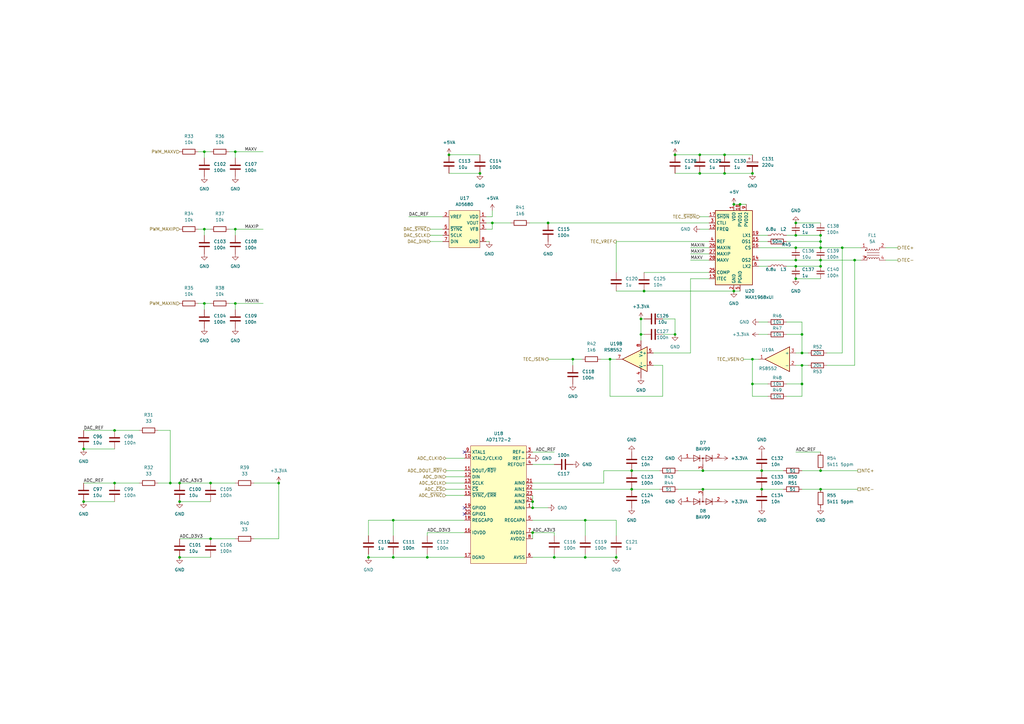
<source format=kicad_sch>
(kicad_sch (version 20211123) (generator eeschema)
  (paper "A3")
  (title_block (title "Kirdy") (date "2022-07-03") (rev "r0.1") (company "M-Labs") (comment 1 "Alex Wong Tat Hang"))
  (lib_symbols
    (symbol "Device:C" (pin_numbers hide) (pin_names (offset 0.254))
      (property "Reference" "C" (at 0.635 2.54 0))
      (property "Value" "C" (at 0.635 -2.54 0))
      (symbol "C_0_1"
        (polyline (pts (xy -2.032 -0.762) (xy 2.032 -0.762)) (stroke (width 0.508)))
        (polyline (pts (xy -2.032 0.762) (xy 2.032 0.762)) (stroke (width 0.508)))
      )
      (symbol "C_1_1"
        (pin passive line (at 0 3.81 270) (length 2.794) (name "~") (number "1"))
        (pin passive line (at 0 -3.81 90) (length 2.794) (name "~") (number "2"))
      )
    )
    (symbol "Device:C_Polarized" (pin_numbers hide) (pin_names (offset 0.254))
      (property "Reference" "C" (at 0.635 2.54 0))
      (property "Value" "C_Polarized" (at 0.635 -2.54 0))
      (symbol "C_Polarized_0_1"
        (rectangle (start -2.286 0.508) (end 2.286 1.016))
        (polyline (pts (xy -1.778 2.286) (xy -0.762 2.286)))
        (polyline (pts (xy -1.27 2.794) (xy -1.27 1.778)))
        (rectangle (start 2.286 -0.508) (end -2.286 -1.016) (fill (type outline)))
      )
      (symbol "C_Polarized_1_1"
        (pin passive line (at 0 3.81 270) (length 2.794) (name "~") (number "1"))
        (pin passive line (at 0 -3.81 90) (length 2.794) (name "~") (number "2"))
      )
    )
    (symbol "Device:C_Small" (pin_numbers hide) (pin_names (offset 0.254) hide)
      (property "Reference" "C" (at 0.254 1.778 0))
      (property "Value" "C_Small" (at 0.254 -2.032 0))
      (symbol "C_Small_0_1"
        (polyline (pts (xy -1.524 -0.508) (xy 1.524 -0.508)) (stroke (width 0.3302)))
        (polyline (pts (xy -1.524 0.508) (xy 1.524 0.508)) (stroke (width 0.3048)))
      )
      (symbol "C_Small_1_1"
        (pin passive line (at 0 2.54 270) (length 2.032) (name "~") (number "1"))
        (pin passive line (at 0 -2.54 90) (length 2.032) (name "~") (number "2"))
      )
    )
    (symbol "Device:Filter_EMI_CommonMode" (pin_names (offset 0.254) hide)
      (property "Reference" "FL" (at 0 4.445 0))
      (property "Value" "Filter_EMI_CommonMode" (at 0 -4.445 0))
      (symbol "Filter_EMI_CommonMode_0_1"
        (circle (center -3.048 -1.27) (radius 0.254) (fill (type outline)))
        (circle (center -3.048 1.524) (radius 0.254) (fill (type outline)))
        (arc (start -2.54 2.032) (mid -2.032 1.524) (end -1.524 2.032))
        (arc (start -1.524 -2.032) (mid -2.032 -1.524) (end -2.54 -2.032))
        (arc (start -1.524 2.032) (mid -1.016 1.524) (end -0.508 2.032))
        (arc (start -0.508 -2.032) (mid -1.016 -1.524) (end -1.524 -2.032))
        (arc (start -0.508 2.032) (mid 0 1.524) (end 0.508 2.032))
        (polyline (pts (xy -2.54 -2.032) (xy -2.54 -2.54)))
        (polyline (pts (xy -2.54 0.508) (xy 2.54 0.508)))
        (polyline (pts (xy -2.54 2.032) (xy -2.54 2.54)))
        (polyline (pts (xy 2.54 -2.032) (xy 2.54 -2.54)))
        (polyline (pts (xy 2.54 -0.508) (xy -2.54 -0.508)))
        (polyline (pts (xy 2.54 2.54) (xy 2.54 2.032)))
        (arc (start 0.508 -2.032) (mid 0 -1.524) (end -0.508 -2.032))
        (arc (start 0.508 2.032) (mid 1.016 1.524) (end 1.524 2.032))
        (arc (start 1.524 -2.032) (mid 1.016 -1.524) (end 0.508 -2.032))
        (arc (start 1.524 2.032) (mid 2.032 1.524) (end 2.54 2.032))
        (arc (start 2.54 -2.032) (mid 2.032 -1.524) (end 1.524 -2.032))
      )
      (symbol "Filter_EMI_CommonMode_1_1"
        (pin passive line (at -5.08 2.54 0) (length 2.54) (name "1") (number "1"))
        (pin passive line (at 5.08 2.54 180) (length 2.54) (name "2") (number "2"))
        (pin passive line (at -5.08 -2.54 0) (length 2.54) (name "3") (number "3"))
        (pin passive line (at 5.08 -2.54 180) (length 2.54) (name "4") (number "4"))
      )
    )
    (symbol "Device:L" (pin_numbers hide) (pin_names (offset 1.016) hide)
      (property "Reference" "L" (at -1.27 0 90))
      (property "Value" "L" (at 1.905 0 90))
      (symbol "L_0_1"
        (arc (start 0 -2.54) (mid 0.635 -1.905) (end 0 -1.27))
        (arc (start 0 -1.27) (mid 0.635 -0.635) (end 0 0))
        (arc (start 0 0) (mid 0.635 0.635) (end 0 1.27))
        (arc (start 0 1.27) (mid 0.635 1.905) (end 0 2.54))
      )
      (symbol "L_1_1"
        (pin passive line (at 0 3.81 270) (length 1.27) (name "1") (number "1"))
        (pin passive line (at 0 -3.81 90) (length 1.27) (name "2") (number "2"))
      )
    )
    (symbol "Device:R" (pin_numbers hide) (pin_names (offset 0))
      (property "Reference" "R" (at 2.032 0 90))
      (property "Value" "R" (at 0 0 90))
      (symbol "R_0_1"
        (rectangle (start -1.016 -2.54) (end 1.016 2.54) (stroke (width 0.254)))
      )
      (symbol "R_1_1"
        (pin passive line (at 0 3.81 270) (length 1.27) (name "~") (number "1"))
        (pin passive line (at 0 -3.81 90) (length 1.27) (name "~") (number "2"))
      )
    )
    (symbol "Diode:BAV99" (pin_names hide)
      (property "Reference" "D" (at 0 5.08 0))
      (property "Value" "BAV99" (at 0 2.54 0))
      (symbol "BAV99_0_1"
        (polyline (pts (xy -5.08 0) (xy 5.08 0)))
      )
      (symbol "BAV99_1_1"
        (polyline (pts (xy 0 0) (xy 0 -2.54)))
        (polyline (pts (xy -1.27 -1.27) (xy -1.27 1.27) (xy -1.27 1.27)) (stroke (width 0.2032)))
        (polyline (pts (xy 3.81 1.27) (xy 3.81 -1.27) (xy 3.81 -1.27)) (stroke (width 0.2032)))
        (polyline (pts (xy -3.81 1.27) (xy -1.27 0) (xy -3.81 -1.27) (xy -3.81 1.27) (xy -3.81 1.27) (xy -3.81 1.27)) (stroke (width 0.2032)))
        (polyline (pts (xy 1.27 1.27) (xy 3.81 0) (xy 1.27 -1.27) (xy 1.27 1.27) (xy 1.27 1.27) (xy 1.27 1.27)) (stroke (width 0.2032)))
        (circle (center 0 0) (radius 0.254) (fill (type outline)))
        (pin passive line (at -7.62 0 0) (length 2.54) (name "K") (number "1"))
        (pin passive line (at 7.62 0 180) (length 2.54) (name "A") (number "2"))
        (pin passive line (at 0 -5.08 90) (length 2.54) (name "K") (number "3"))
      )
    )
    (symbol "Driver_TEC:MAX1968xUI"
      (property "Reference" "U" (at -7.62 16.51 0))
      (property "Value" "MAX1968xUI" (at 5.08 16.51 0))
      (symbol "MAX1968xUI_0_1"
        (rectangle (start -7.62 15.24) (end 7.62 -15.24) (stroke (width 0.254)) (fill (type background)))
      )
      (symbol "MAX1968xUI_1_1"
        (pin power_in line (at 0 17.78 270) (length 2.54) (name "VDD") (number "1"))
        (pin passive line (at 10.16 -7.62 180) (length 2.54) hide (name "LX2") (number "10"))
        (pin passive line (at 5.08 17.78 270) (length 2.54) hide (name "PVDD2") (number "11"))
        (pin input line (at -10.16 7.62 0) (length 2.54) (name "FREQ") (number "12"))
        (pin output line (at -10.16 -12.7 0) (length 2.54) (name "ITEC") (number "13"))
        (pin input line (at 10.16 -5.08 180) (length 2.54) (name "OS2") (number "14"))
        (pin input line (at 10.16 2.54 180) (length 2.54) (name "OS1") (number "15"))
        (pin input line (at 10.16 0 180) (length 2.54) (name "CS") (number "16"))
        (pin input line (at -10.16 12.7 0) (length 2.54) (name "~{SHDN}") (number "17"))
        (pin power_in line (at 2.54 17.78 270) (length 2.54) (name "PVDD1") (number "18"))
        (pin power_out line (at 10.16 5.08 180) (length 2.54) (name "LX1") (number "19"))
        (pin power_in line (at 0 -17.78 90) (length 2.54) (name "GND") (number "2"))
        (pin passive line (at 2.54 17.78 270) (length 2.54) hide (name "PVDD1") (number "20"))
        (pin passive line (at 10.16 5.08 180) (length 2.54) hide (name "LX1") (number "21"))
        (pin passive line (at 2.54 -17.78 90) (length 2.54) hide (name "PGND") (number "22"))
        (pin passive line (at 10.16 5.08 180) (length 2.54) hide (name "LX1") (number "23"))
        (pin passive line (at 2.54 -17.78 90) (length 2.54) hide (name "PGND") (number "24"))
        (pin passive line (at -10.16 -10.16 0) (length 2.54) (name "COMP") (number "25"))
        (pin input line (at -10.16 0 0) (length 2.54) (name "MAXIN") (number "26"))
        (pin input line (at -10.16 -2.54 0) (length 2.54) (name "MAXIP") (number "27"))
        (pin input line (at -10.16 -5.08 0) (length 2.54) (name "MAXV") (number "28"))
        (pin passive line (at 0 -17.78 90) (length 2.54) hide (name "GND") (number "29"))
        (pin input line (at -10.16 10.16 0) (length 2.54) (name "CTLI") (number "3"))
        (pin output line (at -10.16 2.54 0) (length 2.54) (name "REF") (number "4"))
        (pin power_in line (at 2.54 -17.78 90) (length 2.54) (name "PGND") (number "5"))
        (pin power_out line (at 10.16 -7.62 180) (length 2.54) (name "LX2") (number "6"))
        (pin passive line (at 2.54 -17.78 90) (length 2.54) hide (name "PGND") (number "7"))
        (pin passive line (at 10.16 -7.62 180) (length 2.54) hide (name "LX2") (number "8"))
        (pin power_in line (at 5.08 17.78 270) (length 2.54) (name "PVDD2") (number "9"))
      )
    )
    (symbol "kirdy:AD5680"
      (property "Reference" "U" (at 0 -3.81 0))
      (property "Value" "AD5680" (at 0 -1.27 0))
      (symbol "AD5680_0_0"
        (pin power_in line (at 8.89 12.7 180) (length 2.54) (name "VDD") (number "1"))
        (pin input line (at -8.89 12.7 0) (length 2.54) (name "VREF") (number "2"))
        (pin input line (at 8.89 7.62 180) (length 2.54) (name "VFB") (number "3"))
        (pin output line (at 8.89 10.16 180) (length 2.54) (name "VOUT") (number "4"))
        (pin input line (at -8.89 7.62 0) (length 2.54) (name "~{SYNC}") (number "5"))
        (pin input line (at -8.89 5.08 0) (length 2.54) (name "SCLK") (number "6"))
        (pin input line (at -8.89 2.54 0) (length 2.54) (name "DIN") (number "7"))
        (pin power_in line (at 8.89 2.54 180) (length 2.54) (name "GND") (number "8"))
      )
      (symbol "AD5680_0_1"
        (rectangle (start -6.35 15.24) (end 6.35 0) (fill (type background)))
      )
    )
    (symbol "kirdy:AD7172-2"
      (property "Reference" "U" (at 8.89 -22.86 0))
      (property "Value" "AD7172-2" (at -6.35 -22.86 0))
      (symbol "AD7172-2_0_0"
        (pin input line (at -13.97 1.27 0) (length 2.54) (name "AIN4") (number "1"))
        (pin bidirectional line (at 13.97 21.59 180) (length 2.54) (name "XTAL2/CLKIO") (number "10"))
        (pin output line (at 13.97 16.51 180) (length 2.54) (name "DOUT/~{RDY}") (number "11"))
        (pin input line (at 13.97 13.97 180) (length 2.54) (name "DIN") (number "12"))
        (pin input line (at 13.97 11.43 180) (length 2.54) (name "SCLK") (number "13"))
        (pin input line (at 13.97 8.89 180) (length 2.54) (name "~{CS}") (number "14"))
        (pin bidirectional line (at 13.97 6.35 180) (length 2.54) (name "~{SYNC}/~{ERR}") (number "15"))
        (pin power_in line (at 13.97 -8.89 180) (length 2.54) (name "IOVDD") (number "16"))
        (pin power_in line (at 13.97 -19.05 180) (length 2.54) (name "DGND") (number "17"))
        (pin passive line (at 13.97 -3.81 180) (length 2.54) (name "REGCAPD") (number "18"))
        (pin bidirectional line (at 13.97 1.27 180) (length 2.54) (name "GPIO0") (number "19"))
        (pin input line (at -13.97 21.59 0) (length 2.54) (name "REF-") (number "2"))
        (pin bidirectional line (at 13.97 -1.27 180) (length 2.54) (name "GPIO1") (number "20"))
        (pin input line (at -13.97 11.43 0) (length 2.54) (name "AIN0") (number "21"))
        (pin input line (at -13.97 8.89 0) (length 2.54) (name "AIN1") (number "22"))
        (pin input line (at -13.97 6.35 0) (length 2.54) (name "AIN2") (number "23"))
        (pin input line (at -13.97 3.81 0) (length 2.54) (name "AIN3") (number "24"))
        (pin input line (at -13.97 24.13 0) (length 2.54) (name "REF+") (number "3"))
        (pin output line (at -13.97 19.05 0) (length 2.54) (name "REFOUT") (number "4"))
        (pin passive line (at -13.97 -3.81 0) (length 2.54) (name "REGCAPA") (number "5"))
        (pin power_in line (at -13.97 -19.05 0) (length 2.54) (name "AVSS") (number "6"))
        (pin power_in line (at -13.97 -8.89 0) (length 2.54) (name "AVDD1") (number "7"))
        (pin power_in line (at -13.97 -11.43 0) (length 2.54) (name "AVDD2") (number "8"))
        (pin bidirectional line (at 13.97 24.13 180) (length 2.54) (name "XTAL1") (number "9"))
      )
      (symbol "AD7172-2_0_1"
        (rectangle (start -11.43 26.67) (end 11.43 -21.59) (fill (type background)))
      )
    )
    (symbol "kirdy:RS8552" (pin_names (offset 0.127))
      (property "Reference" "U" (at 0 5.08 0))
      (property "Value" "RS8552" (at 0 -5.08 0))
      (symbol "RS8552_1_1"
        (polyline (pts (xy -5.08 5.08) (xy 5.08 0) (xy -5.08 -5.08) (xy -5.08 5.08)) (stroke (width 0.254)) (fill (type background)))
        (pin output line (at 7.62 0 180) (length 2.54) (name "~") (number "1"))
        (pin input line (at -7.62 -2.54 0) (length 2.54) (name "-") (number "2"))
        (pin input line (at -7.62 2.54 0) (length 2.54) (name "+") (number "3"))
      )
      (symbol "RS8552_2_1"
        (polyline (pts (xy -5.08 5.08) (xy 5.08 0) (xy -5.08 -5.08) (xy -5.08 5.08)) (stroke (width 0.254)) (fill (type background)))
        (pin input line (at -7.62 2.54 0) (length 2.54) (name "+") (number "5"))
        (pin input line (at -7.62 -2.54 0) (length 2.54) (name "-") (number "6"))
        (pin output line (at 7.62 0 180) (length 2.54) (name "~") (number "7"))
      )
      (symbol "RS8552_3_1"
        (pin power_in line (at -2.54 -7.62 90) (length 3.81) (name "V-") (number "4"))
        (pin power_in line (at -2.54 7.62 270) (length 3.81) (name "V+") (number "8"))
      )
    )
    (symbol "power:+3.3VA" (power) (pin_names (offset 0))
      (property "Value" "+3.3VA" (at 0 3.556 0))
      (symbol "+3.3VA_0_1"
        (polyline (pts (xy -0.762 1.27) (xy 0 2.54)))
        (polyline (pts (xy 0 0) (xy 0 2.54)))
        (polyline (pts (xy 0 2.54) (xy 0.762 1.27)))
      )
      (symbol "+3.3VA_1_1"
        (pin power_in line (at 0 0 90) (length 0) hide (name "+3.3VA") (number "1"))
      )
    )
    (symbol "power:+5V" (power) (pin_names (offset 0))
      (property "Value" "+5V" (at 0 3.556 0))
      (symbol "+5V_0_1"
        (polyline (pts (xy -0.762 1.27) (xy 0 2.54)))
        (polyline (pts (xy 0 0) (xy 0 2.54)))
        (polyline (pts (xy 0 2.54) (xy 0.762 1.27)))
      )
      (symbol "+5V_1_1"
        (pin power_in line (at 0 0 90) (length 0) hide (name "+5V") (number "1"))
      )
    )
    (symbol "power:+5VA" (power) (pin_names (offset 0))
      (property "Value" "+5VA" (at 0 3.556 0))
      (symbol "+5VA_0_1"
        (polyline (pts (xy -0.762 1.27) (xy 0 2.54)))
        (polyline (pts (xy 0 0) (xy 0 2.54)))
        (polyline (pts (xy 0 2.54) (xy 0.762 1.27)))
      )
      (symbol "+5VA_1_1"
        (pin power_in line (at 0 0 90) (length 0) hide (name "+5VA") (number "1"))
      )
    )
    (symbol "power:GND" (power) (pin_names (offset 0))
      (property "Value" "GND" (at 0 -3.81 0))
      (symbol "GND_0_1"
        (polyline (pts (xy 0 0) (xy 0 -1.27) (xy 1.27 -1.27) (xy 0 -2.54) (xy -1.27 -1.27) (xy 0 -1.27)))
      )
      (symbol "GND_1_1"
        (pin power_in line (at 0 0 270) (length 0) hide (name "GND") (number "1"))
      )
    )
  )
  (junction (at 300.99 119.38))
  (junction (at 350.52 106.68))
  (junction (at 297.18 63.5))
  (junction (at 326.39 106.68))
  (junction (at 201.93 91.44))
  (junction (at 252.73 228.6))
  (junction (at 96.52 62.23))
  (junction (at 326.39 109.22))
  (junction (at 308.61 147.32))
  (junction (at 161.29 213.36))
  (junction (at 234.95 147.32))
  (junction (at 83.82 62.23))
  (junction (at 336.55 96.52))
  (junction (at 34.29 184.15))
  (junction (at 73.66 228.6))
  (junction (at 114.3 198.12))
  (junction (at 303.53 83.82))
  (junction (at 218.44 218.44))
  (junction (at 328.93 149.86))
  (junction (at 336.55 193.04))
  (junction (at 218.44 208.28))
  (junction (at 161.29 228.6))
  (junction (at 326.39 101.6))
  (junction (at 276.86 63.5))
  (junction (at 308.61 71.12))
  (junction (at 86.36 220.98))
  (junction (at 336.55 99.06))
  (junction (at 224.79 91.44))
  (junction (at 326.39 96.52))
  (junction (at 262.89 137.16))
  (junction (at 287.02 71.12))
  (junction (at 300.99 83.82))
  (junction (at 308.61 157.48))
  (junction (at 326.39 114.3))
  (junction (at 250.19 147.32))
  (junction (at 83.82 93.98))
  (junction (at 73.66 198.12))
  (junction (at 83.82 124.46))
  (junction (at 175.26 228.6))
  (junction (at 259.08 193.04))
  (junction (at 73.66 205.74))
  (junction (at 86.36 198.12))
  (junction (at 46.99 198.12))
  (junction (at 336.55 109.22))
  (junction (at 218.44 205.74))
  (junction (at 184.15 63.5))
  (junction (at 240.03 228.6))
  (junction (at 345.44 101.6))
  (junction (at 259.08 200.66))
  (junction (at 336.55 101.6))
  (junction (at 328.93 137.16))
  (junction (at 96.52 93.98))
  (junction (at 227.33 228.6))
  (junction (at 96.52 124.46))
  (junction (at 34.29 205.74))
  (junction (at 312.42 193.04))
  (junction (at 328.93 157.48))
  (junction (at 288.29 193.04))
  (junction (at 196.85 71.12))
  (junction (at 336.55 200.66))
  (junction (at 262.89 130.81))
  (junction (at 240.03 213.36))
  (junction (at 288.29 200.66))
  (junction (at 328.93 144.78))
  (junction (at 151.13 228.6))
  (junction (at 264.16 119.38))
  (junction (at 69.85 198.12))
  (junction (at 276.86 137.16))
  (junction (at 336.55 106.68))
  (junction (at 287.02 63.5))
  (junction (at 297.18 71.12))
  (junction (at 312.42 200.66))
  (junction (at 46.99 176.53))
  (junction (at 326.39 91.44))
  (no_connect (at 190.5 185.42))
  (no_connect (at 190.5 208.28))
  (no_connect (at 190.5 210.82))
  (wire (pts (xy 328.93 144.78) (xy 331.47 144.78)))
  (wire (pts (xy 218.44 205.74) (xy 218.44 208.28)))
  (wire (pts (xy 218.44 218.44) (xy 227.33 218.44)))
  (wire (pts (xy 224.79 147.32) (xy 234.95 147.32)))
  (wire (pts (xy 311.15 99.06) (xy 314.96 99.06)))
  (wire (pts (xy 308.61 147.32) (xy 311.15 147.32)))
  (wire (pts (xy 276.86 63.5) (xy 287.02 63.5)))
  (wire (pts (xy 304.8 147.32) (xy 308.61 147.32)))
  (wire (pts (xy 34.29 205.74) (xy 46.99 205.74)))
  (wire (pts (xy 252.73 111.76) (xy 252.73 99.06)))
  (wire (pts (xy 34.29 176.53) (xy 46.99 176.53)))
  (wire (pts (xy 311.15 101.6) (xy 326.39 101.6)))
  (wire (pts (xy 328.93 149.86) (xy 331.47 149.86)))
  (wire (pts (xy 182.88 195.58) (xy 190.5 195.58)))
  (wire (pts (xy 175.26 218.44) (xy 190.5 218.44)))
  (wire (pts (xy 252.73 119.38) (xy 264.16 119.38)))
  (wire (pts (xy 252.73 213.36) (xy 252.73 219.71)))
  (wire (pts (xy 259.08 200.66) (xy 270.51 200.66)))
  (wire (pts (xy 151.13 219.71) (xy 151.13 213.36)))
  (wire (pts (xy 336.55 109.22) (xy 326.39 109.22)))
  (wire (pts (xy 104.14 198.12) (xy 114.3 198.12)))
  (wire (pts (xy 86.36 220.98) (xy 96.52 220.98)))
  (wire (pts (xy 311.15 132.08) (xy 314.96 132.08)))
  (wire (pts (xy 326.39 96.52) (xy 322.58 96.52)))
  (wire (pts (xy 259.08 193.04) (xy 270.51 193.04)))
  (wire (pts (xy 199.39 93.98) (xy 201.93 93.98)))
  (wire (pts (xy 326.39 106.68) (xy 336.55 106.68)))
  (wire (pts (xy 297.18 63.5) (xy 308.61 63.5)))
  (wire (pts (xy 250.19 147.32) (xy 252.73 147.32)))
  (wire (pts (xy 287.02 71.12) (xy 297.18 71.12)))
  (wire (pts (xy 312.42 193.04) (xy 321.31 193.04)))
  (wire (pts (xy 264.16 119.38) (xy 300.99 119.38)))
  (wire (pts (xy 322.58 157.48) (xy 328.93 157.48)))
  (wire (pts (xy 336.55 101.6) (xy 336.55 99.06)))
  (wire (pts (xy 300.99 83.82) (xy 303.53 83.82)))
  (wire (pts (xy 227.33 218.44) (xy 227.33 219.71)))
  (wire (pts (xy 83.82 93.98) (xy 86.36 93.98)))
  (wire (pts (xy 339.09 144.78) (xy 345.44 144.78)))
  (wire (pts (xy 271.78 162.56) (xy 271.78 149.86)))
  (wire (pts (xy 184.15 63.5) (xy 196.85 63.5)))
  (wire (pts (xy 218.44 213.36) (xy 240.03 213.36)))
  (wire (pts (xy 218.44 218.44) (xy 218.44 220.98)))
  (wire (pts (xy 151.13 213.36) (xy 161.29 213.36)))
  (wire (pts (xy 151.13 228.6) (xy 161.29 228.6)))
  (wire (pts (xy 350.52 106.68) (xy 350.52 149.86)))
  (wire (pts (xy 199.39 99.06) (xy 200.66 99.06)))
  (wire (pts (xy 96.52 124.46) (xy 96.52 127)))
  (wire (pts (xy 322.58 99.06) (xy 336.55 99.06)))
  (wire (pts (xy 287.02 88.9) (xy 290.83 88.9)))
  (wire (pts (xy 283.21 101.6) (xy 290.83 101.6)))
  (wire (pts (xy 363.22 101.6) (xy 368.3 101.6)))
  (wire (pts (xy 336.55 101.6) (xy 326.39 101.6)))
  (wire (pts (xy 271.78 149.86) (xy 267.97 149.86)))
  (wire (pts (xy 262.89 137.16) (xy 262.89 139.7)))
  (wire (pts (xy 336.55 99.06) (xy 336.55 96.52)))
  (wire (pts (xy 345.44 101.6) (xy 345.44 144.78)))
  (wire (pts (xy 326.39 144.78) (xy 328.93 144.78)))
  (wire (pts (xy 283.21 144.78) (xy 267.97 144.78)))
  (wire (pts (xy 247.65 198.12) (xy 247.65 193.04)))
  (wire (pts (xy 184.15 71.12) (xy 196.85 71.12)))
  (wire (pts (xy 234.95 149.86) (xy 234.95 147.32)))
  (wire (pts (xy 96.52 124.46) (xy 107.95 124.46)))
  (wire (pts (xy 240.03 213.36) (xy 252.73 213.36)))
  (wire (pts (xy 328.93 193.04) (xy 336.55 193.04)))
  (wire (pts (xy 182.88 198.12) (xy 190.5 198.12)))
  (wire (pts (xy 328.93 200.66) (xy 336.55 200.66)))
  (wire (pts (xy 199.39 88.9) (xy 201.93 88.9)))
  (wire (pts (xy 93.98 93.98) (xy 96.52 93.98)))
  (wire (pts (xy 264.16 130.81) (xy 262.89 130.81)))
  (wire (pts (xy 250.19 162.56) (xy 271.78 162.56)))
  (wire (pts (xy 322.58 132.08) (xy 328.93 132.08)))
  (wire (pts (xy 83.82 62.23) (xy 83.82 64.77)))
  (wire (pts (xy 161.29 227.33) (xy 161.29 228.6)))
  (wire (pts (xy 73.66 228.6) (xy 86.36 228.6)))
  (wire (pts (xy 288.29 200.66) (xy 312.42 200.66)))
  (wire (pts (xy 264.16 111.76) (xy 290.83 111.76)))
  (wire (pts (xy 176.53 96.52) (xy 181.61 96.52)))
  (wire (pts (xy 167.64 88.9) (xy 181.61 88.9)))
  (wire (pts (xy 246.38 147.32) (xy 250.19 147.32)))
  (wire (pts (xy 46.99 198.12) (xy 57.15 198.12)))
  (wire (pts (xy 240.03 227.33) (xy 240.03 228.6)))
  (wire (pts (xy 201.93 88.9) (xy 201.93 86.36)))
  (wire (pts (xy 311.15 106.68) (xy 326.39 106.68)))
  (wire (pts (xy 234.95 147.32) (xy 238.76 147.32)))
  (wire (pts (xy 34.29 198.12) (xy 46.99 198.12)))
  (wire (pts (xy 83.82 124.46) (xy 83.82 127)))
  (wire (pts (xy 328.93 137.16) (xy 328.93 144.78)))
  (wire (pts (xy 175.26 228.6) (xy 190.5 228.6)))
  (wire (pts (xy 86.36 198.12) (xy 96.52 198.12)))
  (wire (pts (xy 218.44 190.5) (xy 227.33 190.5)))
  (wire (pts (xy 218.44 200.66) (xy 259.08 200.66)))
  (wire (pts (xy 278.13 200.66) (xy 288.29 200.66)))
  (wire (pts (xy 96.52 93.98) (xy 96.52 96.52)))
  (wire (pts (xy 311.15 137.16) (xy 314.96 137.16)))
  (wire (pts (xy 326.39 149.86) (xy 328.93 149.86)))
  (wire (pts (xy 308.61 157.48) (xy 308.61 162.56)))
  (wire (pts (xy 46.99 176.53) (xy 57.15 176.53)))
  (wire (pts (xy 64.77 176.53) (xy 69.85 176.53)))
  (wire (pts (xy 336.55 101.6) (xy 345.44 101.6)))
  (wire (pts (xy 326.39 114.3) (xy 336.55 114.3)))
  (wire (pts (xy 69.85 176.53) (xy 69.85 198.12)))
  (wire (pts (xy 218.44 208.28) (xy 224.79 208.28)))
  (wire (pts (xy 247.65 198.12) (xy 218.44 198.12)))
  (wire (pts (xy 252.73 227.33) (xy 252.73 228.6)))
  (wire (pts (xy 199.39 91.44) (xy 201.93 91.44)))
  (wire (pts (xy 328.93 162.56) (xy 328.93 157.48)))
  (wire (pts (xy 104.14 220.98) (xy 114.3 220.98)))
  (wire (pts (xy 83.82 93.98) (xy 83.82 96.52)))
  (wire (pts (xy 93.98 62.23) (xy 96.52 62.23)))
  (wire (pts (xy 224.79 91.44) (xy 290.83 91.44)))
  (wire (pts (xy 287.02 93.98) (xy 290.83 93.98)))
  (wire (pts (xy 322.58 137.16) (xy 328.93 137.16)))
  (wire (pts (xy 73.66 205.74) (xy 86.36 205.74)))
  (wire (pts (xy 182.88 200.66) (xy 190.5 200.66)))
  (wire (pts (xy 276.86 130.81) (xy 276.86 137.16)))
  (wire (pts (xy 201.93 93.98) (xy 201.93 91.44)))
  (wire (pts (xy 218.44 185.42) (xy 227.33 185.42)))
  (wire (pts (xy 322.58 162.56) (xy 328.93 162.56)))
  (wire (pts (xy 328.93 132.08) (xy 328.93 137.16)))
  (wire (pts (xy 34.29 184.15) (xy 46.99 184.15)))
  (wire (pts (xy 176.53 93.98) (xy 181.61 93.98)))
  (wire (pts (xy 81.28 93.98) (xy 83.82 93.98)))
  (wire (pts (xy 182.88 193.04) (xy 190.5 193.04)))
  (wire (pts (xy 73.66 198.12) (xy 86.36 198.12)))
  (wire (pts (xy 96.52 62.23) (xy 107.95 62.23)))
  (wire (pts (xy 175.26 227.33) (xy 175.26 228.6)))
  (wire (pts (xy 218.44 203.2) (xy 218.44 205.74)))
  (wire (pts (xy 69.85 198.12) (xy 73.66 198.12)))
  (wire (pts (xy 326.39 185.42) (xy 336.55 185.42)))
  (wire (pts (xy 114.3 220.98) (xy 114.3 198.12)))
  (wire (pts (xy 271.78 137.16) (xy 276.86 137.16)))
  (wire (pts (xy 311.15 96.52) (xy 314.96 96.52)))
  (wire (pts (xy 283.21 114.3) (xy 290.83 114.3)))
  (wire (pts (xy 96.52 93.98) (xy 107.95 93.98)))
  (wire (pts (xy 336.55 106.68) (xy 350.52 106.68)))
  (wire (pts (xy 81.28 62.23) (xy 83.82 62.23)))
  (wire (pts (xy 240.03 213.36) (xy 240.03 219.71)))
  (wire (pts (xy 264.16 137.16) (xy 262.89 137.16)))
  (wire (pts (xy 336.55 106.68) (xy 336.55 109.22)))
  (wire (pts (xy 217.17 91.44) (xy 224.79 91.44)))
  (wire (pts (xy 312.42 200.66) (xy 321.31 200.66)))
  (wire (pts (xy 276.86 71.12) (xy 287.02 71.12)))
  (wire (pts (xy 262.89 130.81) (xy 262.89 137.16)))
  (wire (pts (xy 250.19 147.32) (xy 250.19 162.56)))
  (wire (pts (xy 336.55 200.66) (xy 351.79 200.66)))
  (wire (pts (xy 287.02 63.5) (xy 297.18 63.5)))
  (wire (pts (xy 288.29 193.04) (xy 312.42 193.04)))
  (wire (pts (xy 81.28 124.46) (xy 83.82 124.46)))
  (wire (pts (xy 303.53 83.82) (xy 306.07 83.82)))
  (wire (pts (xy 83.82 124.46) (xy 86.36 124.46)))
  (wire (pts (xy 350.52 106.68) (xy 353.06 106.68)))
  (wire (pts (xy 278.13 193.04) (xy 288.29 193.04)))
  (wire (pts (xy 283.21 114.3) (xy 283.21 144.78)))
  (wire (pts (xy 73.66 220.98) (xy 86.36 220.98)))
  (wire (pts (xy 326.39 96.52) (xy 336.55 96.52)))
  (wire (pts (xy 96.52 62.23) (xy 96.52 64.77)))
  (wire (pts (xy 345.44 101.6) (xy 353.06 101.6)))
  (wire (pts (xy 252.73 99.06) (xy 290.83 99.06)))
  (wire (pts (xy 363.22 106.68) (xy 368.3 106.68)))
  (wire (pts (xy 328.93 157.48) (xy 328.93 149.86)))
  (wire (pts (xy 314.96 157.48) (xy 308.61 157.48)))
  (wire (pts (xy 93.98 124.46) (xy 96.52 124.46)))
  (wire (pts (xy 227.33 227.33) (xy 227.33 228.6)))
  (wire (pts (xy 218.44 228.6) (xy 227.33 228.6)))
  (wire (pts (xy 300.99 119.38) (xy 303.53 119.38)))
  (wire (pts (xy 176.53 99.06) (xy 181.61 99.06)))
  (wire (pts (xy 64.77 198.12) (xy 69.85 198.12)))
  (wire (pts (xy 182.88 203.2) (xy 190.5 203.2)))
  (wire (pts (xy 161.29 228.6) (xy 175.26 228.6)))
  (wire (pts (xy 308.61 157.48) (xy 308.61 147.32)))
  (wire (pts (xy 271.78 130.81) (xy 276.86 130.81)))
  (wire (pts (xy 201.93 91.44) (xy 209.55 91.44)))
  (wire (pts (xy 308.61 162.56) (xy 314.96 162.56)))
  (wire (pts (xy 247.65 193.04) (xy 259.08 193.04)))
  (wire (pts (xy 83.82 62.23) (xy 86.36 62.23)))
  (wire (pts (xy 336.55 193.04) (xy 351.79 193.04)))
  (wire (pts (xy 161.29 213.36) (xy 161.29 219.71)))
  (wire (pts (xy 326.39 91.44) (xy 336.55 91.44)))
  (wire (pts (xy 311.15 109.22) (xy 314.96 109.22)))
  (wire (pts (xy 227.33 228.6) (xy 240.03 228.6)))
  (wire (pts (xy 322.58 109.22) (xy 326.39 109.22)))
  (wire (pts (xy 339.09 149.86) (xy 350.52 149.86)))
  (wire (pts (xy 297.18 71.12) (xy 308.61 71.12)))
  (wire (pts (xy 161.29 213.36) (xy 190.5 213.36)))
  (wire (pts (xy 283.21 104.14) (xy 290.83 104.14)))
  (wire (pts (xy 283.21 106.68) (xy 290.83 106.68)))
  (wire (pts (xy 240.03 228.6) (xy 252.73 228.6)))
  (wire (pts (xy 182.88 187.96) (xy 190.5 187.96)))
  (wire (pts (xy 151.13 227.33) (xy 151.13 228.6)))
  (wire (pts (xy 175.26 218.44) (xy 175.26 219.71)))
  (label "DAC_REF" (at 167.64 88.9 0))
  (label "ADC_D3V3" (at 175.26 218.44 0))
  (label "MAXV" (at 100.33 62.23 0))
  (label "MAXIN" (at 100.33 124.46 0))
  (label "ADC_REF" (at 34.29 198.12 0))
  (label "MAXIN" (at 283.21 101.6 0))
  (label "ADC_A3V3" (at 73.66 198.12 0))
  (label "MAXV" (at 283.21 106.68 0))
  (label "DAC_REF" (at 34.29 176.53 0))
  (label "MAXIP" (at 100.33 93.98 0))
  (label "ADC_REF" (at 326.39 185.42 0))
  (label "ADC_D3V3" (at 73.66 220.98 0))
  (label "ADC_REF" (at 219.71 185.42 0))
  (label "ADC_A3V3" (at 218.44 218.44 0))
  (label "MAXIP" (at 283.21 104.14 0))
  (hierarchical_label "ADC_DOUT_~{RDY}" (shape output) (at 182.88 193.04 180))
  (hierarchical_label "ADC_CLKIO" (shape bidirectional) (at 182.88 187.96 180))
  (hierarchical_label "TEC+" (shape output) (at 368.3 101.6 0))
  (hierarchical_label "PWM_MAXIP" (shape input) (at 73.66 93.98 180))
  (hierarchical_label "DAC_DIN" (shape input) (at 176.53 99.06 180))
  (hierarchical_label "PWM_MAXIN" (shape input) (at 73.66 124.46 180))
  (hierarchical_label "TEC_VREF" (shape output) (at 252.73 99.06 180))
  (hierarchical_label "TEC_~{SHDN}" (shape input) (at 287.02 88.9 180))
  (hierarchical_label "DAC_SCLK" (shape input) (at 176.53 96.52 180))
  (hierarchical_label "TEC_ISEN" (shape output) (at 224.79 147.32 180))
  (hierarchical_label "ADC_~{CS}" (shape input) (at 182.88 200.66 180))
  (hierarchical_label "NTC-" (shape passive) (at 351.79 200.66 0))
  (hierarchical_label "ADC_DIN" (shape input) (at 182.88 195.58 180))
  (hierarchical_label "NTC+" (shape passive) (at 351.79 193.04 0))
  (hierarchical_label "TEC-" (shape output) (at 368.3 106.68 0))
  (hierarchical_label "PWM_MAXV" (shape input) (at 73.66 62.23 180))
  (hierarchical_label "ADC_SCLK" (shape input) (at 182.88 198.12 180))
  (hierarchical_label "TEC_VSEN" (shape output) (at 304.8 147.32 180))
  (hierarchical_label "ADC_~{SYNC}" (shape input) (at 182.88 203.2 180))
  (hierarchical_label "DAC_~{SYNC}" (shape input) (at 176.53 93.98 180))
  (symbol (lib_id "power:GND") (at 73.66 205.74 0) (unit 1)
    (property "Reference" "#PWR084" (effects hide))
    (property "Value" "GND" (at 73.66 210.82 0))
  )
  (symbol (lib_id "Device:C") (at 240.03 223.52 0) (unit 1)
    (property "Reference" "C119" (at 243.84 222.2499 0) (effects (justify left)))
    (property "Value" "100n" (at 243.84 224.7899 0) (effects (justify left)))
  )
  (symbol (lib_id "Device:C") (at 175.26 223.52 0) (unit 1)
    (property "Reference" "C112" (at 179.07 222.2499 0) (effects (justify left)))
    (property "Value" "100n" (at 179.07 224.7899 0) (effects (justify left)))
  )
  (symbol (lib_id "kirdy:AD5680") (at 190.5 101.6 0) (unit 1)
    (property "Reference" "U17" (at 190.5 81.28 0))
    (property "Value" "AD5680" (at 190.5 83.82 0))
    (property "Footprint" "Package_TO_SOT_SMD:SOT-23-8" (effects hide))
    (property "Datasheet" "https://www.analog.com/media/en/technical-documentation/data-sheets/ad5680.pdf" (effects hide))
  )
  (symbol (lib_id "power:GND") (at 34.29 205.74 0) (unit 1)
    (property "Reference" "#PWR083" (effects hide))
    (property "Value" "GND" (at 34.29 210.82 0))
  )
  (symbol (lib_id "power:GND") (at 200.66 99.06 0) (unit 1)
    (property "Reference" "#PWR096" (effects hide))
    (property "Value" "GND" (at 200.66 104.14 0))
  )
  (symbol (lib_id "Device:C") (at 73.66 224.79 0) (unit 1)
    (property "Reference" "C101" (at 77.47 223.5199 0) (effects (justify left)))
    (property "Value" "10u" (at 77.47 226.0599 0) (effects (justify left)))
  )
  (symbol (lib_id "Device:R") (at 318.77 99.06 90) (unit 1)
    (property "Reference" "R45" (at 322.58 100.33 90))
    (property "Value" "50m" (at 318.77 99.06 90))
  )
  (symbol (lib_id "Device:C") (at 252.73 223.52 0) (unit 1)
    (property "Reference" "C121" (at 256.54 222.2499 0) (effects (justify left)))
    (property "Value" "1u" (at 256.54 224.7899 0) (effects (justify left)))
  )
  (symbol (lib_id "power:+3.3VA") (at 114.3 198.12 0) (unit 1)
    (property "Reference" "#PWR092" (effects hide))
    (property "Value" "+3.3VA" (at 114.3 193.04 0))
  )
  (symbol (lib_id "power:+5V") (at 276.86 63.5 0) (unit 1)
    (property "Reference" "#PWR0108" (effects hide))
    (property "Value" "+5V" (at 276.86 58.42 0))
  )
  (symbol (lib_id "Device:R") (at 100.33 220.98 90) (unit 1)
    (property "Reference" "R40" (at 100.33 214.63 90))
    (property "Value" "33" (at 100.33 217.17 90))
  )
  (symbol (lib_id "Device:R") (at 318.77 132.08 90) (unit 1)
    (property "Reference" "R46" (at 318.77 129.54 90))
    (property "Value" "10k" (at 318.77 132.08 90))
  )
  (symbol (lib_id "power:GND") (at 83.82 104.14 0) (unit 1)
    (property "Reference" "#PWR087" (effects hide))
    (property "Value" "GND" (at 83.82 109.22 0))
  )
  (symbol (lib_id "Device:R") (at 90.17 62.23 90) (unit 1)
    (property "Reference" "R36" (at 90.17 55.88 90))
    (property "Value" "10k" (at 90.17 58.42 90))
  )
  (symbol (lib_id "Device:R") (at 274.32 193.04 90) (unit 1)
    (property "Reference" "R43" (at 274.32 195.58 90))
    (property "Value" "51" (at 274.32 193.04 90))
  )
  (symbol (lib_id "kirdy:RS8552") (at 260.35 147.32 0) (mirror y) (unit 3)
    (property "Reference" "U19" (effects hide))
    (property "Value" "RS8552" (effects hide))
    (property "Footprint" "Package_SO:SOIC-8_3.9x4.9mm_P1.27mm" (effects hide))
    (property "Datasheet" "https://datasheet.lcsc.com/lcsc/2010160333_Jiangsu-RUNIC-Tech-RS8554XP_C236997.pdf" (effects hide))
  )
  (symbol (lib_id "power:GND") (at 308.61 71.12 0) (unit 1)
    (property "Reference" "#PWR0117" (effects hide))
    (property "Value" "GND" (at 308.61 76.2 0))
  )
  (symbol (lib_id "Device:R") (at 325.12 193.04 90) (unit 1)
    (property "Reference" "R50" (at 325.12 195.58 90))
    (property "Value" "51" (at 325.12 193.04 90))
  )
  (symbol (lib_id "power:GND") (at 311.15 132.08 270) (unit 1)
    (property "Reference" "#PWR0118" (effects hide))
    (property "Value" "GND" (at 307.34 132.0799 90) (effects (justify right)))
  )
  (symbol (lib_id "Device:R") (at 274.32 200.66 90) (unit 1)
    (property "Reference" "R44" (at 274.32 198.12 90))
    (property "Value" "51" (at 274.32 200.66 90))
  )
  (symbol (lib_id "kirdy:AD7172-2") (at 204.47 209.55 0) (mirror y) (unit 1)
    (property "Reference" "U18" (at 204.47 177.8 0))
    (property "Value" "AD7172-2" (at 204.47 180.34 0))
    (property "Footprint" "Package_SO:TSSOP-24_4.4x7.8mm_P0.65mm" (effects hide))
    (property "Datasheet" "https://www.analog.com/media/en/technical-documentation/data-sheets/ad7172-2.pdf" (effects hide))
  )
  (symbol (lib_id "Device:C") (at 86.36 201.93 0) (unit 1)
    (property "Reference" "C105" (at 90.17 200.6599 0) (effects (justify left)))
    (property "Value" "100n" (at 90.17 203.1999 0) (effects (justify left)))
  )
  (symbol (lib_id "power:GND") (at 83.82 134.62 0) (unit 1)
    (property "Reference" "#PWR088" (effects hide))
    (property "Value" "GND" (at 83.82 139.7 0))
  )
  (symbol (lib_id "Device:L") (at 318.77 109.22 90) (unit 1)
    (property "Reference" "L3" (at 321.31 110.49 90))
    (property "Value" "6.8u" (at 316.23 110.49 90))
  )
  (symbol (lib_id "power:GND") (at 234.95 190.5 90) (unit 1)
    (property "Reference" "#PWR0102" (effects hide))
    (property "Value" "GND" (at 238.76 190.4999 90) (effects (justify right)))
  )
  (symbol (lib_id "Device:R") (at 77.47 93.98 90) (unit 1)
    (property "Reference" "R34" (at 77.47 87.63 90))
    (property "Value" "10k" (at 77.47 90.17 90))
  )
  (symbol (lib_id "Device:R") (at 325.12 200.66 90) (unit 1)
    (property "Reference" "R51" (at 325.12 198.12 90))
    (property "Value" "51" (at 325.12 200.66 90))
  )
  (symbol (lib_id "Device:C") (at 34.29 201.93 0) (unit 1)
    (property "Reference" "C97" (at 38.1 200.6599 0) (effects (justify left)))
    (property "Value" "10u" (at 38.1 203.1999 0) (effects (justify left)))
  )
  (symbol (lib_id "Device:C") (at 259.08 196.85 0) (unit 1)
    (property "Reference" "C123" (at 262.89 195.5799 0) (effects (justify left)))
    (property "Value" "100n" (at 262.89 198.1199 0) (effects (justify left)))
  )
  (symbol (lib_id "power:GND") (at 96.52 72.39 0) (unit 1)
    (property "Reference" "#PWR089" (effects hide))
    (property "Value" "GND" (at 96.52 77.47 0))
  )
  (symbol (lib_id "Device:C") (at 297.18 67.31 0) (unit 1)
    (property "Reference" "C130" (at 300.99 66.0399 0) (effects (justify left)))
    (property "Value" "1u" (at 300.99 68.5799 0) (effects (justify left)))
  )
  (symbol (lib_id "Device:C") (at 287.02 67.31 0) (unit 1)
    (property "Reference" "C129" (at 290.83 66.0399 0) (effects (justify left)))
    (property "Value" "1u" (at 290.83 68.5799 0) (effects (justify left)))
  )
  (symbol (lib_id "Device:C") (at 34.29 180.34 0) (unit 1)
    (property "Reference" "C96" (at 38.1 179.0699 0) (effects (justify left)))
    (property "Value" "10u" (at 38.1 181.6099 0) (effects (justify left)))
  )
  (symbol (lib_id "Device:C") (at 267.97 137.16 90) (unit 1)
    (property "Reference" "C127" (at 271.78 135.89 90))
    (property "Value" "100n" (at 271.78 138.43 90))
  )
  (symbol (lib_id "Device:C_Small") (at 326.39 104.14 0) (unit 1)
    (property "Reference" "C136" (at 328.93 102.8762 0) (effects (justify left)))
    (property "Value" "10u" (at 328.93 105.4162 0) (effects (justify left)))
  )
  (symbol (lib_id "power:GND") (at 224.79 208.28 90) (unit 1)
    (property "Reference" "#PWR0100" (effects hide))
    (property "Value" "GND" (at 228.6 208.2799 90) (effects (justify right)))
  )
  (symbol (lib_id "Device:C") (at 96.52 130.81 0) (unit 1)
    (property "Reference" "C109" (at 100.33 129.5399 0) (effects (justify left)))
    (property "Value" "100n" (at 100.33 132.0799 0) (effects (justify left)))
  )
  (symbol (lib_id "Device:R") (at 242.57 147.32 90) (unit 1)
    (property "Reference" "R42" (at 242.57 140.97 90))
    (property "Value" "1k6" (at 242.57 143.51 90))
  )
  (symbol (lib_id "Device:R") (at 90.17 93.98 90) (unit 1)
    (property "Reference" "R37" (at 90.17 87.63 90))
    (property "Value" "10k" (at 90.17 90.17 90))
  )
  (symbol (lib_id "Device:R") (at 336.55 189.23 0) (unit 1)
    (property "Reference" "R54" (at 339.09 187.9599 0) (effects (justify left)))
    (property "Value" "5k11 5ppm" (at 339.09 190.4999 0) (effects (justify left)))
  )
  (symbol (lib_id "power:GND") (at 224.79 99.06 0) (unit 1)
    (property "Reference" "#PWR099" (effects hide))
    (property "Value" "GND" (at 224.79 104.14 0))
  )
  (symbol (lib_id "Device:C") (at 312.42 204.47 0) (unit 1)
    (property "Reference" "C134" (at 316.23 203.1999 0) (effects (justify left)))
    (property "Value" "10n" (at 316.23 205.7399 0) (effects (justify left)))
  )
  (symbol (lib_id "Device:C") (at 252.73 115.57 0) (unit 1)
    (property "Reference" "C120" (at 256.54 114.2999 0) (effects (justify left)))
    (property "Value" "1u" (at 256.54 116.8399 0) (effects (justify left)))
  )
  (symbol (lib_id "Device:C") (at 276.86 67.31 0) (unit 1)
    (property "Reference" "C128" (at 280.67 66.0399 0) (effects (justify left)))
    (property "Value" "1u" (at 280.67 68.5799 0) (effects (justify left)))
  )
  (symbol (lib_id "Device:C_Small") (at 326.39 111.76 0) (unit 1)
    (property "Reference" "C137" (at 328.93 110.4962 0) (effects (justify left)))
    (property "Value" "1u" (at 328.93 113.0362 0) (effects (justify left)))
  )
  (symbol (lib_id "Device:C") (at 184.15 67.31 0) (unit 1)
    (property "Reference" "C113" (at 187.96 66.0399 0) (effects (justify left)))
    (property "Value" "10u" (at 187.96 68.5799 0) (effects (justify left)))
  )
  (symbol (lib_id "power:GND") (at 252.73 228.6 0) (unit 1)
    (property "Reference" "#PWR0103" (effects hide))
    (property "Value" "GND" (at 252.73 233.68 0))
  )
  (symbol (lib_id "power:GND") (at 83.82 72.39 0) (unit 1)
    (property "Reference" "#PWR086" (effects hide))
    (property "Value" "GND" (at 83.82 77.47 0))
  )
  (symbol (lib_id "power:GND") (at 196.85 71.12 0) (unit 1)
    (property "Reference" "#PWR095" (effects hide))
    (property "Value" "GND" (at 196.85 76.2 0))
  )
  (symbol (lib_id "Device:R") (at 77.47 62.23 90) (unit 1)
    (property "Reference" "R33" (at 77.47 55.88 90))
    (property "Value" "10k" (at 77.47 58.42 90))
  )
  (symbol (lib_id "Device:C") (at 151.13 223.52 0) (unit 1)
    (property "Reference" "C110" (at 154.94 222.2499 0) (effects (justify left)))
    (property "Value" "1u" (at 154.94 224.7899 0) (effects (justify left)))
  )
  (symbol (lib_id "Device:R") (at 213.36 91.44 90) (unit 1)
    (property "Reference" "R41" (at 213.36 85.09 90))
    (property "Value" "1k6" (at 213.36 87.63 90))
  )
  (symbol (lib_id "power:GND") (at 280.67 187.96 270) (unit 1)
    (property "Reference" "#PWR0110" (effects hide))
    (property "Value" "GND" (at 276.86 187.9599 90) (effects (justify right)))
  )
  (symbol (lib_id "Device:R") (at 60.96 176.53 90) (unit 1)
    (property "Reference" "R31" (at 60.96 170.18 90))
    (property "Value" "33" (at 60.96 172.72 90))
  )
  (symbol (lib_id "Device:C") (at 96.52 68.58 0) (unit 1)
    (property "Reference" "C107" (at 100.33 67.3099 0) (effects (justify left)))
    (property "Value" "100n" (at 100.33 69.8499 0) (effects (justify left)))
  )
  (symbol (lib_id "Device:R") (at 336.55 204.47 0) (unit 1)
    (property "Reference" "R55" (at 339.09 203.1999 0) (effects (justify left)))
    (property "Value" "5k11 5ppm" (at 339.09 205.7399 0) (effects (justify left)))
  )
  (symbol (lib_id "Device:C") (at 73.66 201.93 0) (unit 1)
    (property "Reference" "C100" (at 77.47 200.6599 0) (effects (justify left)))
    (property "Value" "10u" (at 77.47 203.1999 0) (effects (justify left)))
  )
  (symbol (lib_id "Device:C") (at 196.85 67.31 0) (unit 1)
    (property "Reference" "C114" (at 200.66 66.0399 0) (effects (justify left)))
    (property "Value" "100n" (at 200.66 68.5799 0) (effects (justify left)))
  )
  (symbol (lib_id "power:+3.3VA") (at 262.89 130.81 0) (unit 1)
    (property "Reference" "#PWR0106" (effects hide))
    (property "Value" "+3.3VA" (at 262.89 125.73 0))
  )
  (symbol (lib_id "power:GND") (at 234.95 157.48 0) (unit 1)
    (property "Reference" "#PWR0101" (effects hide))
    (property "Value" "GND" (at 234.95 162.56 0))
  )
  (symbol (lib_id "Device:C_Small") (at 326.39 93.98 0) (unit 1)
    (property "Reference" "C135" (at 328.93 92.7162 0) (effects (justify left)))
    (property "Value" "1u" (at 328.93 95.2562 0) (effects (justify left)))
  )
  (symbol (lib_id "Device:C") (at 83.82 68.58 0) (unit 1)
    (property "Reference" "C102" (at 87.63 67.3099 0) (effects (justify left)))
    (property "Value" "100n" (at 87.63 69.8499 0) (effects (justify left)))
  )
  (symbol (lib_id "Device:L") (at 318.77 96.52 90) (unit 1)
    (property "Reference" "L2" (at 321.31 93.98 90))
    (property "Value" "6.8u" (at 316.23 93.98 90))
  )
  (symbol (lib_id "Device:C") (at 234.95 153.67 0) (unit 1)
    (property "Reference" "C118" (at 238.76 152.3999 0) (effects (justify left)))
    (property "Value" "100n" (at 238.76 154.9399 0) (effects (justify left)))
  )
  (symbol (lib_id "Device:C") (at 83.82 100.33 0) (unit 1)
    (property "Reference" "C103" (at 87.63 99.0599 0) (effects (justify left)))
    (property "Value" "100n" (at 87.63 101.5999 0) (effects (justify left)))
  )
  (symbol (lib_id "Diode:BAV99") (at 288.29 205.74 0) (mirror x) (unit 1)
    (property "Reference" "D8" (at 288.29 209.55 0))
    (property "Value" "BAV99" (at 288.29 212.09 0))
    (property "Footprint" "Package_TO_SOT_SMD:SOT-23" (effects hide))
    (property "Datasheet" "https://assets.nexperia.com/documents/data-sheet/BAV99_SER.pdf" (effects hide))
  )
  (symbol (lib_id "Device:R") (at 335.28 144.78 90) (unit 1)
    (property "Reference" "R52" (at 335.28 142.24 90))
    (property "Value" "20k" (at 335.28 144.78 90))
  )
  (symbol (lib_id "power:+5V") (at 300.99 83.82 0) (unit 1)
    (property "Reference" "#PWR0115" (effects hide))
    (property "Value" "+5V" (at 300.99 78.74 0))
  )
  (symbol (lib_id "Device:C") (at 86.36 224.79 0) (unit 1)
    (property "Reference" "C106" (at 90.17 223.5199 0) (effects (justify left)))
    (property "Value" "100n" (at 90.17 226.0599 0) (effects (justify left)))
  )
  (symbol (lib_id "power:GND") (at 218.44 187.96 90) (unit 1)
    (property "Reference" "#PWR098" (effects hide))
    (property "Value" "GND" (at 222.25 187.9599 90) (effects (justify right)))
  )
  (symbol (lib_id "power:+3.3VA") (at 311.15 137.16 90) (unit 1)
    (property "Reference" "#PWR0119" (effects hide))
    (property "Value" "+3.3VA" (at 307.34 137.1599 90) (effects (justify left)))
  )
  (symbol (lib_id "Device:C") (at 312.42 196.85 0) (unit 1)
    (property "Reference" "C133" (at 316.23 195.5799 0) (effects (justify left)))
    (property "Value" "100n" (at 316.23 198.1199 0) (effects (justify left)))
  )
  (symbol (lib_id "power:GND") (at 259.08 208.28 0) (unit 1)
    (property "Reference" "#PWR0105" (effects hide))
    (property "Value" "GND" (at 259.08 213.36 0))
  )
  (symbol (lib_id "power:GND") (at 262.89 154.94 0) (unit 1)
    (property "Reference" "#PWR0107" (effects hide))
    (property "Value" "GND" (at 262.89 160.02 0))
  )
  (symbol (lib_id "Device:C") (at 259.08 204.47 0) (unit 1)
    (property "Reference" "C124" (at 262.89 203.1999 0) (effects (justify left)))
    (property "Value" "10n" (at 262.89 205.7399 0) (effects (justify left)))
  )
  (symbol (lib_id "power:GND") (at 280.67 205.74 270) (unit 1)
    (property "Reference" "#PWR0111" (effects hide))
    (property "Value" "GND" (at 276.86 205.7399 90) (effects (justify right)))
  )
  (symbol (lib_id "Device:R") (at 60.96 198.12 90) (unit 1)
    (property "Reference" "R32" (at 60.96 191.77 90))
    (property "Value" "33" (at 60.96 194.31 90))
  )
  (symbol (lib_id "Device:C_Small") (at 336.55 104.14 0) (unit 1)
    (property "Reference" "C139" (at 339.09 102.8762 0) (effects (justify left)))
    (property "Value" "100n" (at 339.09 105.4162 0) (effects (justify left)))
  )
  (symbol (lib_id "Device:C_Polarized") (at 308.61 67.31 0) (unit 1)
    (property "Reference" "C131" (at 312.42 65.1509 0) (effects (justify left)))
    (property "Value" "220u" (at 312.42 67.6909 0) (effects (justify left)))
  )
  (symbol (lib_id "Device:C") (at 161.29 223.52 0) (unit 1)
    (property "Reference" "C111" (at 165.1 222.2499 0) (effects (justify left)))
    (property "Value" "100n" (at 165.1 224.7899 0) (effects (justify left)))
  )
  (symbol (lib_id "Driver_TEC:MAX1968xUI") (at 300.99 101.6 0) (unit 1)
    (property "Reference" "U20" (at 305.5494 119.38 0) (effects (justify left)))
    (property "Value" "MAX1968xUI" (at 305.5494 121.92 0) (effects (justify left)))
    (property "Footprint" "Package_SO:HTSSOP-28-1EP_4.4x9.7mm_P0.65mm_EP2.85x5.4mm" (effects hide))
    (property "Datasheet" "https://datasheets.maximintegrated.com/en/ds/MAX1968-MAX1969.pdf" (effects hide))
  )
  (symbol (lib_id "Device:R") (at 318.77 157.48 90) (unit 1)
    (property "Reference" "R48" (at 318.77 154.94 90))
    (property "Value" "10k" (at 318.77 157.48 90))
  )
  (symbol (lib_id "power:+3.3VA") (at 295.91 187.96 270) (unit 1)
    (property "Reference" "#PWR0113" (effects hide))
    (property "Value" "+3.3VA" (at 299.72 187.9599 90) (effects (justify left)))
  )
  (symbol (lib_id "kirdy:RS8552") (at 318.77 147.32 0) (mirror y) (unit 1)
    (property "Reference" "U19" (at 314.96 143.51 0))
    (property "Value" "RS8552" (at 314.96 151.13 0))
    (property "Footprint" "Package_SO:SOIC-8_3.9x4.9mm_P1.27mm" (effects hide))
    (property "Datasheet" "https://datasheet.lcsc.com/lcsc/2010160333_Jiangsu-RUNIC-Tech-RS8554XP_C236997.pdf" (effects hide))
  )
  (symbol (lib_id "Device:C") (at 46.99 201.93 0) (unit 1)
    (property "Reference" "C99" (at 50.8 200.6599 0) (effects (justify left)))
    (property "Value" "100n" (at 50.8 203.1999 0) (effects (justify left)))
  )
  (symbol (lib_id "Device:C") (at 96.52 100.33 0) (unit 1)
    (property "Reference" "C108" (at 100.33 99.0599 0) (effects (justify left)))
    (property "Value" "100n" (at 100.33 101.5999 0) (effects (justify left)))
  )
  (symbol (lib_id "Device:Filter_EMI_CommonMode") (at 358.14 104.14 0) (unit 1)
    (property "Reference" "FL1" (at 357.759 96.52 0))
    (property "Value" "5A" (at 357.759 99.06 0))
  )
  (symbol (lib_id "Device:C") (at 231.14 190.5 90) (unit 1)
    (property "Reference" "C117" (at 231.14 194.31 90))
    (property "Value" "100n" (at 231.14 186.69 90))
  )
  (symbol (lib_id "Device:C_Small") (at 336.55 93.98 0) (unit 1)
    (property "Reference" "C138" (at 339.09 92.7162 0) (effects (justify left)))
    (property "Value" "100n" (at 339.09 95.2562 0) (effects (justify left)))
  )
  (symbol (lib_id "Device:C") (at 312.42 189.23 0) (unit 1)
    (property "Reference" "C132" (at 316.23 187.9599 0) (effects (justify left)))
    (property "Value" "10n" (at 316.23 190.4999 0) (effects (justify left)))
  )
  (symbol (lib_id "Device:R") (at 100.33 198.12 90) (unit 1)
    (property "Reference" "R39" (at 100.33 191.77 90))
    (property "Value" "33" (at 100.33 194.31 90))
  )
  (symbol (lib_id "Device:R") (at 318.77 137.16 90) (unit 1)
    (property "Reference" "R47" (at 318.77 134.62 90))
    (property "Value" "10k" (at 318.77 137.16 90))
  )
  (symbol (lib_id "power:GND") (at 336.55 208.28 0) (unit 1)
    (property "Reference" "#PWR0124" (effects hide))
    (property "Value" "GND" (at 336.55 213.36 0))
  )
  (symbol (lib_id "power:GND") (at 326.39 91.44 180) (unit 1)
    (property "Reference" "#PWR0122" (effects hide))
    (property "Value" "GND" (at 326.39 86.36 0))
  )
  (symbol (lib_id "power:GND") (at 96.52 134.62 0) (unit 1)
    (property "Reference" "#PWR091" (effects hide))
    (property "Value" "GND" (at 96.52 139.7 0))
  )
  (symbol (lib_id "power:GND") (at 312.42 208.28 0) (unit 1)
    (property "Reference" "#PWR0121" (effects hide))
    (property "Value" "GND" (at 312.42 213.36 0))
  )
  (symbol (lib_id "power:GND") (at 312.42 185.42 180) (unit 1)
    (property "Reference" "#PWR0120" (effects hide))
    (property "Value" "GND" (at 312.42 180.34 0))
  )
  (symbol (lib_id "Device:R") (at 90.17 124.46 90) (unit 1)
    (property "Reference" "R38" (at 90.17 118.11 90))
    (property "Value" "10k" (at 90.17 120.65 90))
  )
  (symbol (lib_id "power:GND") (at 287.02 93.98 270) (unit 1)
    (property "Reference" "#PWR0112" (effects hide))
    (property "Value" "GND" (at 283.21 93.9799 90) (effects (justify right)))
  )
  (symbol (lib_id "power:GND") (at 300.99 119.38 0) (unit 1)
    (property "Reference" "#PWR0116" (effects hide))
    (property "Value" "GND" (at 300.99 124.46 0))
  )
  (symbol (lib_id "power:GND") (at 259.08 185.42 180) (unit 1)
    (property "Reference" "#PWR0104" (effects hide))
    (property "Value" "GND" (at 259.08 180.34 0))
  )
  (symbol (lib_id "Device:C") (at 264.16 115.57 0) (unit 1)
    (property "Reference" "C125" (at 267.97 114.2999 0) (effects (justify left)))
    (property "Value" "10n" (at 267.97 116.8399 0) (effects (justify left)))
  )
  (symbol (lib_id "Diode:BAV99") (at 288.29 187.96 0) (unit 1)
    (property "Reference" "D7" (at 288.29 181.61 0))
    (property "Value" "BAV99" (at 288.29 184.15 0))
    (property "Footprint" "Package_TO_SOT_SMD:SOT-23" (effects hide))
    (property "Datasheet" "https://assets.nexperia.com/documents/data-sheet/BAV99_SER.pdf" (effects hide))
  )
  (symbol (lib_id "power:GND") (at 96.52 104.14 0) (unit 1)
    (property "Reference" "#PWR090" (effects hide))
    (property "Value" "GND" (at 96.52 109.22 0))
  )
  (symbol (lib_id "Device:C") (at 46.99 180.34 0) (unit 1)
    (property "Reference" "C98" (at 50.8 179.0699 0) (effects (justify left)))
    (property "Value" "100n" (at 50.8 181.6099 0) (effects (justify left)))
  )
  (symbol (lib_id "power:GND") (at 151.13 228.6 0) (unit 1)
    (property "Reference" "#PWR093" (effects hide))
    (property "Value" "GND" (at 151.13 233.68 0))
  )
  (symbol (lib_id "power:GND") (at 73.66 228.6 0) (unit 1)
    (property "Reference" "#PWR085" (effects hide))
    (property "Value" "GND" (at 73.66 233.68 0))
  )
  (symbol (lib_id "Device:C") (at 267.97 130.81 90) (unit 1)
    (property "Reference" "C126" (at 271.78 129.54 90))
    (property "Value" "10u" (at 271.78 132.08 90))
  )
  (symbol (lib_id "Device:R") (at 318.77 162.56 90) (unit 1)
    (property "Reference" "R49" (at 318.77 160.02 90))
    (property "Value" "10k" (at 318.77 162.56 90))
  )
  (symbol (lib_id "Device:C") (at 227.33 223.52 0) (unit 1)
    (property "Reference" "C116" (at 231.14 222.2499 0) (effects (justify left)))
    (property "Value" "100n" (at 231.14 224.7899 0) (effects (justify left)))
  )
  (symbol (lib_id "Device:C") (at 83.82 130.81 0) (unit 1)
    (property "Reference" "C104" (at 87.63 129.5399 0) (effects (justify left)))
    (property "Value" "100n" (at 87.63 132.0799 0) (effects (justify left)))
  )
  (symbol (lib_id "power:+5VA") (at 201.93 86.36 0) (unit 1)
    (property "Reference" "#PWR097" (effects hide))
    (property "Value" "+5VA" (at 201.93 81.28 0))
  )
  (symbol (lib_id "power:+3.3VA") (at 295.91 205.74 270) (unit 1)
    (property "Reference" "#PWR0114" (effects hide))
    (property "Value" "+3.3VA" (at 299.72 205.7399 90) (effects (justify left)))
  )
  (symbol (lib_id "Device:R") (at 77.47 124.46 90) (unit 1)
    (property "Reference" "R35" (at 77.47 118.11 90))
    (property "Value" "10k" (at 77.47 120.65 90))
  )
  (symbol (lib_id "Device:C_Small") (at 336.55 111.76 0) (unit 1)
    (property "Reference" "C140" (at 339.09 110.4962 0) (effects (justify left)))
    (property "Value" "100n" (at 339.09 113.0362 0) (effects (justify left)))
  )
  (symbol (lib_id "power:GND") (at 326.39 114.3 0) (unit 1)
    (property "Reference" "#PWR0123" (effects hide))
    (property "Value" "GND" (at 326.39 119.38 0))
  )
  (symbol (lib_id "power:GND") (at 276.86 137.16 0) (unit 1)
    (property "Reference" "#PWR0109" (effects hide))
    (property "Value" "GND" (at 276.86 142.24 0))
  )
  (symbol (lib_id "Device:C") (at 259.08 189.23 0) (unit 1)
    (property "Reference" "C122" (at 262.89 187.9599 0) (effects (justify left)))
    (property "Value" "10n" (at 262.89 190.4999 0) (effects (justify left)))
  )
  (symbol (lib_id "Device:R") (at 335.28 149.86 90) (unit 1)
    (property "Reference" "R53" (at 335.28 152.4 90))
    (property "Value" "20k" (at 335.28 149.86 90))
  )
  (symbol (lib_id "kirdy:RS8552") (at 260.35 147.32 0) (mirror y) (unit 2)
    (property "Reference" "U19" (at 252.73 140.97 0))
    (property "Value" "RS8552" (at 251.46 143.51 0))
    (property "Footprint" "Package_SO:SOIC-8_3.9x4.9mm_P1.27mm" (effects hide))
    (property "Datasheet" "https://datasheet.lcsc.com/lcsc/2010160333_Jiangsu-RUNIC-Tech-RS8554XP_C236997.pdf" (effects hide))
  )
  (symbol (lib_id "power:GND") (at 34.29 184.15 0) (unit 1)
    (property "Reference" "#PWR082" (effects hide))
    (property "Value" "GND" (at 34.29 189.23 0))
  )
  (symbol (lib_id "Device:C") (at 224.79 95.25 0) (unit 1)
    (property "Reference" "C115" (at 228.6 93.9799 0) (effects (justify left)))
    (property "Value" "100n" (at 228.6 96.5199 0) (effects (justify left)))
  )
  (symbol (lib_id "power:+5VA") (at 184.15 63.5 0) (unit 1)
    (property "Reference" "#PWR094" (effects hide))
    (property "Value" "+5VA" (at 181.61 58.42 0) (effects (justify left)))
  )
)
</source>
